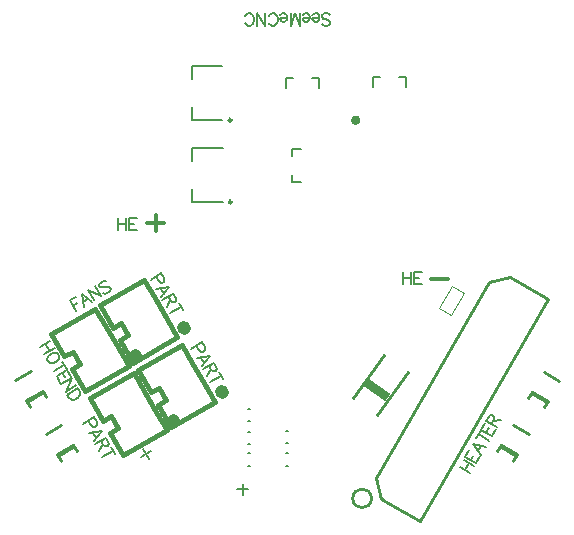
<source format=gto>
G04 Layer_Color=65535*
%FSLAX24Y24*%
%MOIN*%
G70*
G01*
G75*
%ADD31C,0.0080*%
%ADD36C,0.0100*%
%ADD38C,0.0160*%
%ADD58C,0.0098*%
%ADD59C,0.0020*%
%ADD60C,0.0079*%
%ADD61C,0.0157*%
%ADD62C,0.0433*%
%ADD63C,0.0077*%
%ADD64C,0.0123*%
G04:AMPARAMS|DCode=65|XSize=29.5mil|YSize=87.9mil|CornerRadius=0mil|HoleSize=0mil|Usage=FLASHONLY|Rotation=55.000|XOffset=0mil|YOffset=0mil|HoleType=Round|Shape=Rectangle|*
%AMROTATEDRECTD65*
4,1,4,0.0275,-0.0373,-0.0445,0.0131,-0.0275,0.0373,0.0445,-0.0131,0.0275,-0.0373,0.0*
%
%ADD65ROTATEDRECTD65*%

D31*
X5815Y15035D02*
X5815Y15354D01*
X5575D02*
X5815D01*
X4704Y15035D02*
Y15354D01*
X4940D01*
X4890Y13000D02*
X5209D01*
X4890Y12760D02*
Y13000D01*
Y11889D02*
X5209D01*
X4890D02*
Y12125D01*
X8705Y15074D02*
Y15394D01*
X8465Y15394D02*
X8705Y15394D01*
X7594Y15394D02*
X7594Y15074D01*
X7594Y15394D02*
X7830Y15394D01*
D36*
X7555Y1358D02*
G03*
X7555Y1358I-313J0D01*
G01*
X12272Y3799D02*
X12791Y3499D01*
X11868Y3138D02*
X12413Y2824D01*
X11840Y3090D02*
X12385Y2775D01*
X11743Y2922D02*
X11868Y3138D01*
X12288Y2607D02*
X12413Y2824D01*
X13302Y5579D02*
X13821Y5279D01*
X12898Y4918D02*
X13443Y4604D01*
X12870Y4870D02*
X13415Y4555D01*
X12773Y4702D02*
X12898Y4918D01*
X13318Y4387D02*
X13443Y4604D01*
X-3302Y3514D02*
X-2782Y3814D01*
X-2932Y2834D02*
X-2387Y3148D01*
X-2904Y2785D02*
X-2359Y3100D01*
X-2932Y2834D02*
X-2807Y2617D01*
X-2387Y3148D02*
X-2262Y2932D01*
X-4322Y5314D02*
X-3802Y5614D01*
X-3952Y4634D02*
X-3407Y4948D01*
X-3924Y4585D02*
X-3379Y4900D01*
X-3952Y4634D02*
X-3827Y4417D01*
X-3407Y4948D02*
X-3282Y4732D01*
X7755Y4122D02*
X8774Y5577D01*
X6942Y4691D02*
X7961Y6146D01*
X7885Y1350D02*
X9164Y612D01*
X7705Y2023D02*
X7885Y1350D01*
X7705Y2023D02*
X11485Y8569D01*
X12157Y8749D02*
X13435Y8011D01*
X11485Y8569D02*
X12157Y8749D01*
X7885Y1350D02*
X7919Y1331D01*
X7987Y1291D01*
X9164Y612D02*
X13435Y8011D01*
D38*
X7106Y13962D02*
G03*
X7106Y13962I-77J0D01*
G01*
D58*
X2889Y13964D02*
G03*
X2889Y13964I-49J0D01*
G01*
X2899Y11234D02*
G03*
X2899Y11234I-49J0D01*
G01*
D59*
X10208Y7457D02*
X10641Y8207D01*
X9799Y7693D02*
X10232Y8443D01*
X10641Y8207D01*
X9799Y7693D02*
X10208Y7457D01*
D60*
X1560Y13964D02*
X2584D01*
X1560Y14398D02*
X1560Y13964D01*
Y15776D02*
X2584Y15776D01*
X1560Y15342D02*
X1560Y15776D01*
X4691Y2443D02*
X4770D01*
X4691Y2856D02*
X4770D01*
X4691Y3193D02*
X4770D01*
X4691Y3606D02*
X4770D01*
X3436Y2856D02*
X3514D01*
X3436Y2443D02*
X3514D01*
X3436Y3173D02*
X3514D01*
X3436Y3586D02*
X3514D01*
X3436Y3923D02*
X3514D01*
X3436Y4336D02*
X3514D01*
X1570Y12612D02*
Y13046D01*
X2594Y13046D01*
X1570Y11234D02*
X1570Y11668D01*
X1570Y11234D02*
X2594Y11234D01*
D61*
X-1843Y4699D02*
X-1410Y3949D01*
X-1137Y4107D01*
X-901Y3698D01*
X-1173Y3540D02*
X-901Y3698D01*
X-1173Y3540D02*
X-740Y2790D01*
X-1843Y4699D02*
X-377Y5546D01*
X-22Y4932D01*
X372Y4250D01*
X726Y3637D01*
X-740Y2790D02*
X726Y3637D01*
X-2010Y4930D02*
X-544Y5777D01*
X-898Y6390D02*
X-544Y5777D01*
X-1292Y7072D02*
X-898Y6390D01*
X-1647Y7686D02*
X-1292Y7072D01*
X-3113Y6839D02*
X-1647Y7686D01*
X-2443Y5680D02*
X-2010Y4930D01*
X-2443Y5680D02*
X-2171Y5838D01*
X-2407Y6247D02*
X-2171Y5838D01*
X-2680Y6089D02*
X-2407Y6247D01*
X-3113Y6839D02*
X-2680Y6089D01*
X870Y3730D02*
X2336Y4577D01*
X1982Y5190D02*
X2336Y4577D01*
X1588Y5872D02*
X1982Y5190D01*
X1233Y6486D02*
X1588Y5872D01*
X-233Y5639D02*
X1233Y6486D01*
X437Y4480D02*
X870Y3730D01*
X437Y4480D02*
X709Y4638D01*
X473Y5047D02*
X709Y4638D01*
X200Y4889D02*
X473Y5047D01*
X-233Y5639D02*
X200Y4889D01*
X-1493Y7789D02*
X-1060Y7039D01*
X-787Y7197D01*
X-551Y6788D01*
X-823Y6630D02*
X-551Y6788D01*
X-823Y6630D02*
X-390Y5880D01*
X-1493Y7789D02*
X-27Y8636D01*
X328Y8022D01*
X722Y7340D01*
X1076Y6727D01*
X-390Y5880D02*
X1076Y6727D01*
D62*
X934Y3984D02*
X954Y3950D01*
X-336Y6124D02*
X-316Y6090D01*
X2544Y4924D02*
X2564Y4890D01*
X1284Y7074D02*
X1304Y7040D01*
D63*
X-2505Y7955D02*
X-2300Y7600D01*
X-2505Y7955D02*
X-2285Y8082D01*
X-2407Y7786D02*
X-2272Y7864D01*
X-1769Y7907D02*
X-2109Y8184D01*
X-2040Y7750D01*
X-2057Y7898D02*
X-1888Y7996D01*
X-1891Y8309D02*
X-1686Y7954D01*
X-1891Y8309D02*
X-1449Y8091D01*
X-1654Y8446D02*
X-1449Y8091D01*
X-1290Y8589D02*
X-1344Y8603D01*
X-1404Y8591D01*
X-1472Y8552D01*
X-1513Y8505D01*
X-1527Y8452D01*
X-1508Y8418D01*
X-1471Y8394D01*
X-1444Y8387D01*
X-1401Y8390D01*
X-1280Y8414D01*
X-1236Y8417D01*
X-1210Y8410D01*
X-1173Y8386D01*
X-1144Y8335D01*
X-1158Y8282D01*
X-1199Y8236D01*
X-1267Y8196D01*
X-1327Y8184D01*
X-1381Y8198D01*
X10495Y2405D02*
X10850Y2200D01*
X10632Y2642D02*
X10987Y2437D01*
X10664Y2307D02*
X10801Y2544D01*
X10815Y2960D02*
X10688Y2740D01*
X11043Y2535D01*
X11170Y2755D01*
X10857Y2642D02*
X10935Y2777D01*
X11361Y3084D02*
X10927Y3154D01*
X11204Y2814D01*
X11115Y2933D02*
X11213Y3102D01*
X11122Y3491D02*
X11477Y3286D01*
X11053Y3372D02*
X11190Y3609D01*
X11341Y3871D02*
X11214Y3651D01*
X11569Y3446D01*
X11696Y3666D01*
X11384Y3554D02*
X11462Y3689D01*
X11375Y3930D02*
X11731Y3725D01*
X11375Y3930D02*
X11463Y4082D01*
X11510Y4123D01*
X11536Y4131D01*
X11580Y4128D01*
X11614Y4108D01*
X11638Y4072D01*
X11645Y4045D01*
X11632Y3985D01*
X11545Y3833D01*
X11613Y3951D02*
X11867Y3962D01*
X8600Y8910D02*
Y8500D01*
X8873Y8910D02*
Y8500D01*
X8600Y8715D02*
X8873D01*
X9240Y8910D02*
X8987D01*
Y8500D01*
X9240D01*
X8987Y8715D02*
X9143D01*
X-3145Y6605D02*
X-3500Y6400D01*
X-3008Y6368D02*
X-3363Y6163D01*
X-3314Y6507D02*
X-3177Y6271D01*
X-2893Y6169D02*
X-2929Y6193D01*
X-2983Y6207D01*
X-3026Y6204D01*
X-3087Y6192D01*
X-3171Y6143D01*
X-3212Y6097D01*
X-3236Y6061D01*
X-3251Y6007D01*
X-3248Y5964D01*
X-3209Y5896D01*
X-3173Y5872D01*
X-3119Y5858D01*
X-3076Y5860D01*
X-3015Y5873D01*
X-2931Y5922D01*
X-2890Y5968D01*
X-2866Y6004D01*
X-2851Y6058D01*
X-2854Y6101D01*
X-2893Y6169D01*
X-2679Y5798D02*
X-3034Y5593D01*
X-2748Y5917D02*
X-2611Y5680D01*
X-2460Y5418D02*
X-2586Y5638D01*
X-2942Y5433D01*
X-2815Y5213D01*
X-2756Y5540D02*
X-2677Y5405D01*
X-2425Y5359D02*
X-2781Y5154D01*
X-2425Y5359D02*
X-2644Y4917D01*
X-2289Y5122D02*
X-2644Y4917D01*
X-2232Y5024D02*
X-2587Y4819D01*
X-2232Y5024D02*
X-2164Y4906D01*
X-2151Y4845D01*
X-2166Y4792D01*
X-2190Y4755D01*
X-2231Y4709D01*
X-2315Y4660D01*
X-2376Y4648D01*
X-2419Y4645D01*
X-2473Y4660D01*
X-2519Y4701D01*
X-2587Y4819D01*
X1719Y6448D02*
X1807Y6295D01*
X1853Y6254D01*
X1880Y6247D01*
X1923Y6250D01*
X1974Y6279D01*
X1998Y6316D01*
X2005Y6342D01*
X1993Y6403D01*
X1905Y6555D01*
X1550Y6350D01*
X1889Y5763D02*
X2166Y6104D01*
X1733Y6034D01*
X1880Y6051D02*
X1978Y5882D01*
X2292Y5885D02*
X1937Y5680D01*
X2292Y5885D02*
X2380Y5733D01*
X2392Y5673D01*
X2385Y5646D01*
X2361Y5610D01*
X2327Y5590D01*
X2283Y5587D01*
X2257Y5595D01*
X2210Y5636D01*
X2123Y5788D01*
X2191Y5669D02*
X2073Y5444D01*
X2543Y5451D02*
X2187Y5246D01*
X2474Y5569D02*
X2611Y5332D01*
X-900Y10710D02*
Y10300D01*
X-627Y10710D02*
Y10300D01*
X-900Y10515D02*
X-627D01*
X-260Y10710D02*
X-513D01*
Y10300D01*
X-260D01*
X-513Y10515D02*
X-357D01*
X3263Y1846D02*
Y1495D01*
X3087Y1670D02*
X3439D01*
X369Y8748D02*
X457Y8595D01*
X503Y8554D01*
X530Y8547D01*
X573Y8550D01*
X624Y8579D01*
X648Y8616D01*
X655Y8642D01*
X643Y8703D01*
X555Y8855D01*
X200Y8650D01*
X539Y8063D02*
X816Y8404D01*
X383Y8334D01*
X530Y8351D02*
X628Y8182D01*
X942Y8185D02*
X587Y7980D01*
X942Y8185D02*
X1030Y8033D01*
X1042Y7973D01*
X1035Y7946D01*
X1011Y7910D01*
X977Y7890D01*
X933Y7887D01*
X907Y7895D01*
X860Y7936D01*
X773Y8088D01*
X841Y7969D02*
X723Y7744D01*
X1193Y7751D02*
X837Y7546D01*
X1124Y7869D02*
X1261Y7632D01*
X-1881Y3948D02*
X-1793Y3795D01*
X-1747Y3754D01*
X-1720Y3747D01*
X-1677Y3750D01*
X-1626Y3779D01*
X-1602Y3816D01*
X-1595Y3842D01*
X-1607Y3903D01*
X-1695Y4055D01*
X-2050Y3850D01*
X-1711Y3263D02*
X-1434Y3604D01*
X-1867Y3534D01*
X-1720Y3551D02*
X-1622Y3382D01*
X-1308Y3385D02*
X-1663Y3180D01*
X-1308Y3385D02*
X-1220Y3233D01*
X-1208Y3173D01*
X-1215Y3146D01*
X-1239Y3110D01*
X-1273Y3090D01*
X-1317Y3087D01*
X-1343Y3095D01*
X-1390Y3136D01*
X-1477Y3288D01*
X-1409Y3169D02*
X-1527Y2944D01*
X-1057Y2951D02*
X-1413Y2746D01*
X-1126Y3069D02*
X-989Y2832D01*
X3271Y1836D02*
Y1484D01*
X3095Y1660D02*
X3447D01*
X5912Y17173D02*
X5951Y17134D01*
X6009Y17114D01*
X6087D01*
X6146Y17134D01*
X6185Y17173D01*
Y17212D01*
X6166Y17251D01*
X6146Y17270D01*
X6107Y17290D01*
X5990Y17329D01*
X5951Y17349D01*
X5931Y17368D01*
X5912Y17407D01*
Y17466D01*
X5951Y17505D01*
X6009Y17524D01*
X6087D01*
X6146Y17505D01*
X6185Y17466D01*
X5820Y17368D02*
X5586D01*
Y17329D01*
X5605Y17290D01*
X5625Y17270D01*
X5664Y17251D01*
X5722D01*
X5761Y17270D01*
X5800Y17310D01*
X5820Y17368D01*
Y17407D01*
X5800Y17466D01*
X5761Y17505D01*
X5722Y17524D01*
X5664D01*
X5625Y17505D01*
X5586Y17466D01*
X5498Y17368D02*
X5264D01*
Y17329D01*
X5283Y17290D01*
X5303Y17270D01*
X5342Y17251D01*
X5400D01*
X5439Y17270D01*
X5478Y17310D01*
X5498Y17368D01*
Y17407D01*
X5478Y17466D01*
X5439Y17505D01*
X5400Y17524D01*
X5342D01*
X5303Y17505D01*
X5264Y17466D01*
X5176Y17114D02*
Y17524D01*
Y17114D02*
X5019Y17524D01*
X4863Y17114D02*
X5019Y17524D01*
X4863Y17114D02*
Y17524D01*
X4746Y17368D02*
X4512D01*
Y17329D01*
X4531Y17290D01*
X4551Y17270D01*
X4590Y17251D01*
X4649D01*
X4688Y17270D01*
X4727Y17310D01*
X4746Y17368D01*
Y17407D01*
X4727Y17466D01*
X4688Y17505D01*
X4649Y17524D01*
X4590D01*
X4551Y17505D01*
X4512Y17466D01*
X4131Y17212D02*
X4151Y17173D01*
X4190Y17134D01*
X4229Y17114D01*
X4307D01*
X4346Y17134D01*
X4385Y17173D01*
X4404Y17212D01*
X4424Y17270D01*
Y17368D01*
X4404Y17427D01*
X4385Y17466D01*
X4346Y17505D01*
X4307Y17524D01*
X4229D01*
X4190Y17505D01*
X4151Y17466D01*
X4131Y17427D01*
X4016Y17114D02*
Y17524D01*
Y17114D02*
X3743Y17524D01*
Y17114D02*
Y17524D01*
X3336Y17212D02*
X3356Y17173D01*
X3395Y17134D01*
X3434Y17114D01*
X3512D01*
X3551Y17134D01*
X3590Y17173D01*
X3610Y17212D01*
X3629Y17270D01*
Y17368D01*
X3610Y17427D01*
X3590Y17466D01*
X3551Y17505D01*
X3512Y17524D01*
X3434D01*
X3395Y17505D01*
X3356Y17466D01*
X3336Y17427D01*
X192Y2924D02*
X-112Y2748D01*
X-48Y2988D02*
X128Y2684D01*
D64*
X9535Y8685D02*
X10097D01*
X366Y10817D02*
Y10254D01*
X85Y10535D02*
X647D01*
D65*
X7749Y4972D02*
D03*
M02*

</source>
